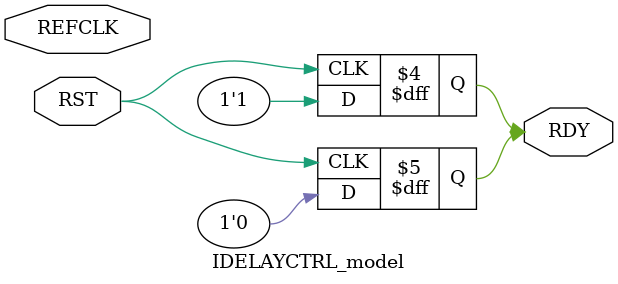
<source format=v>
`timescale 1 ns/1 ps

module IDELAYCTRL_model (
  output reg RDY,
  input REFCLK,
  input RST
);
  initial RDY = 0;
  always @(posedge RST) begin
    RDY <= 0;
  end
  always @(negedge RST) begin
    # 10; // 10ns delay before RDY assertion
    RDY <= 1;
  end

endmodule


</source>
